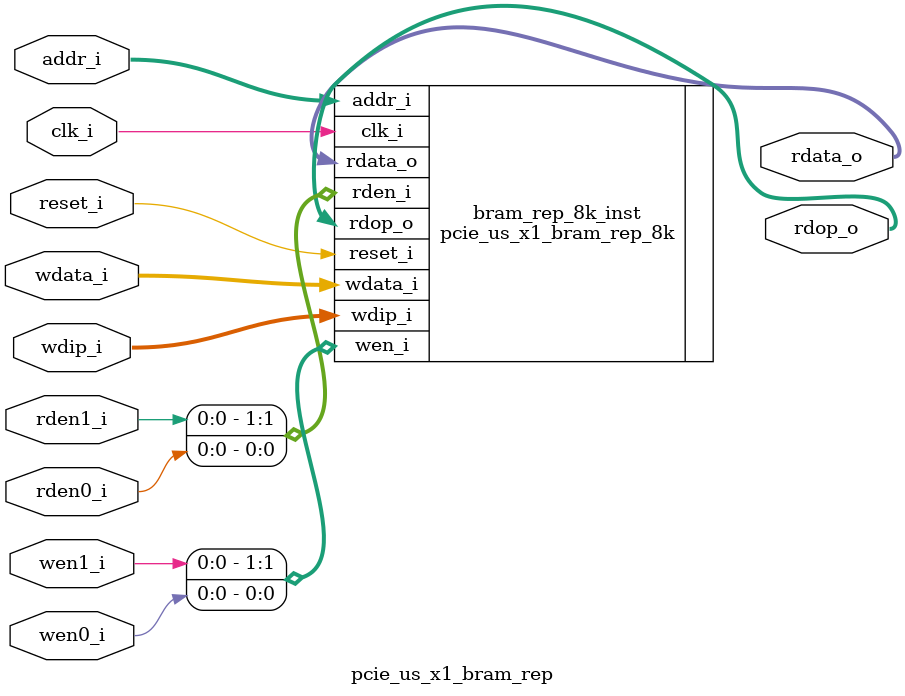
<source format=v>


`timescale 1ps/1ps

module pcie_us_x1_bram_rep 
 #(
  parameter TCQ = 100
  ) (
  input  wire         clk_i,
  input  wire         reset_i,
  input  wire   [8:0] addr_i,
  input  wire [127:0] wdata_i,
  input  wire  [15:0] wdip_i,
  input  wire         wen0_i,
  input  wire         wen1_i,
  input  wire         rden0_i,
  input  wire         rden1_i,
  output wire [127:0] rdata_o,
  output wire  [15:0] rdop_o
  );

  pcie_us_x1_bram_rep_8k 
 #(
    .TCQ (TCQ))
  bram_rep_8k_inst (
    .clk_i (clk_i),
    .reset_i (reset_i),
    .addr_i (addr_i[8:0]),
    .wdata_i (wdata_i[127:0]),
    .wdip_i (wdip_i[15:0]),
    .wen_i ({wen1_i, wen0_i}),
    .rden_i ({rden1_i,rden0_i}),
    .rdata_o (rdata_o[127:0]),
    .rdop_o (rdop_o[15:0])
  );

endmodule

</source>
